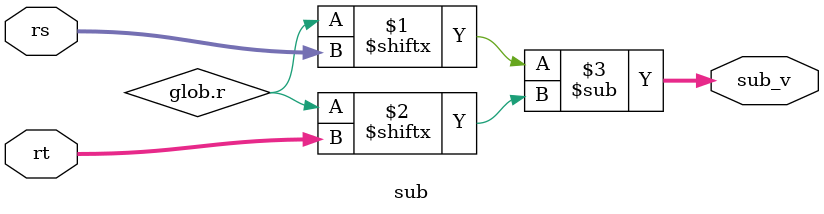
<source format=v>
module sub
(
	 input      [4:0] rs, rt,
	 output     [31:0] sub_v
);

assign sub_v = glob.r[rs] - glob.r[rt];
	
endmodule

</source>
